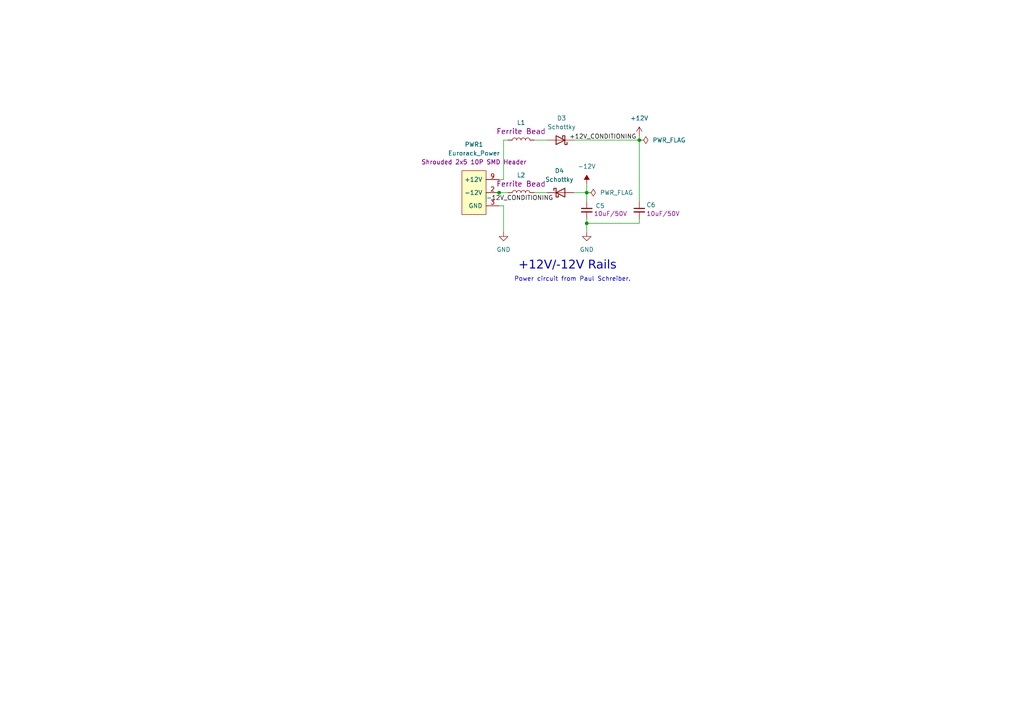
<source format=kicad_sch>
(kicad_sch (version 20250114) (generator "eeschema") (generator_version "9.0")
  (paper "A4")
  (lib_symbols
    (symbol "Lichen:10uF_0805_50V" (pin_numbers (hide yes)) (pin_names (offset 0.254) (hide yes))
      (property "Reference" "C2" (at 2.54 1.2638 0))
      (property "Display" "10uF/50V" (at 2.032 -1.016 0))
      (symbol "10uF_0805_50V_0_1"
        (polyline (pts (xy -1.524 0.508) (xy 1.524 0.508)) (stroke (width 0.3048)))
        (polyline (pts (xy -1.524 -0.508) (xy 1.524 -0.508)) (stroke (width 0.3302)))
      )
      (symbol "10uF_0805_50V_1_1"
        (pin passive line (at 0 2.54 270) (length 2.032) (name "~") (number "1"))
        (pin passive line (at 0 -2.54 90) (length 2.032) (name "~") (number "2"))
      )
    )
    (symbol "Lichen:Eurorack_Power_SMD" (pin_names (offset 1.016))
      (property "Reference" "PWR1" (at 0.3175 11.43 0))
      (property "Value" "Eurorack_Power_SMD" (at 0.3175 8.89 0))
      (property "Description" "Shrouded 2x5 10P SMD Header" (at 0 0 0))
      (symbol "Eurorack_Power_SMD_0_1"
        (rectangle (start -3.175 6.35) (end 3.81 -6.35) (fill (type background)))
      )
      (symbol "Eurorack_Power_SMD_1_1"
        (pin passive line (at 7.62 3.81 180) (length 3.81) (hide yes) (name "+12V") (number "10"))
        (pin power_out line (at 7.62 3.81 180) (length 3.81) (name "+12V") (number "9"))
        (pin power_out line (at 7.62 0 180) (length 3.81) (hide yes) (name "-12V") (number "1"))
        (pin passive line (at 7.62 0 180) (length 3.81) (name "-12V") (number "2"))
        (pin power_out line (at 7.62 -3.81 180) (length 3.81) (name "GND") (number "3"))
        (pin passive line (at 7.62 -3.81 180) (length 3.81) (hide yes) (name "GND") (number "4"))
        (pin passive line (at 7.62 -3.81 180) (length 3.81) (hide yes) (name "GND") (number "5"))
        (pin passive line (at 7.62 -3.81 180) (length 3.81) (hide yes) (name "GND") (number "6"))
        (pin passive line (at 7.62 -3.81 180) (length 3.81) (hide yes) (name "GND") (number "7"))
        (pin passive line (at 7.62 -3.81 180) (length 3.81) (hide yes) (name "GND") (number "8"))
      )
    )
    (symbol "Lichen:FerriteBead_0805_220R_100MHz_for_Eurorack_Power" (pin_numbers (hide yes)) (pin_names (offset 1.016) (hide yes))
      (property "Reference" "L2" (at 5.08 0 90))
      (property "Display" "Ferrite Bead" (at 2.54 0 90))
      (symbol "FerriteBead_0805_220R_100MHz_for_Eurorack_Power_0_1"
        (arc (start 0 2.54) (mid 0.6323 1.905) (end 0 1.27))
        (arc (start 0 1.27) (mid 0.6323 0.635) (end 0 0))
        (arc (start 0 0) (mid 0.6323 -0.635) (end 0 -1.27))
        (arc (start 0 -1.27) (mid 0.6323 -1.905) (end 0 -2.54))
      )
      (symbol "FerriteBead_0805_220R_100MHz_for_Eurorack_Power_1_1"
        (pin passive line (at 0 3.81 270) (length 1.27) (name "1") (number "1"))
        (pin passive line (at 0 -3.81 90) (length 1.27) (name "2") (number "2"))
      )
    )
    (symbol "Lichen:Schottky_Diode" (pin_numbers (hide yes)) (pin_names (offset 1.016) (hide yes))
      (property "Reference" "D1" (at -0.3175 -6.35 0))
      (property "Value" "Schottky" (at -0.3175 -3.81 0))
      (symbol "Schottky_Diode_0_1"
        (polyline (pts (xy -1.905 0.635) (xy -1.905 1.27) (xy -1.27 1.27) (xy -1.27 -1.27) (xy -0.635 -1.27) (xy -0.635 -0.635)) (stroke (width 0.254)))
        (polyline (pts (xy 1.27 1.27) (xy 1.27 -1.27) (xy -1.27 0) (xy 1.27 1.27)) (stroke (width 0.254)))
        (polyline (pts (xy 1.27 0) (xy -1.27 0)))
      )
      (symbol "Schottky_Diode_1_1"
        (pin passive line (at -3.81 0 0) (length 2.54) (name "K") (number "1"))
        (pin passive line (at 3.81 0 180) (length 2.54) (name "A") (number "2"))
      )
    )
    (symbol "power:+12V" (power) (pin_numbers (hide yes)) (pin_names (offset 0) (hide yes))
      (property "Value" "+12V" (at 0 3.556 0))
      (symbol "+12V_0_1"
        (polyline (pts (xy -0.762 1.27) (xy 0 2.54)))
        (polyline (pts (xy 0 2.54) (xy 0.762 1.27)))
        (polyline (pts (xy 0 0) (xy 0 2.54)))
      )
      (symbol "+12V_1_1"
        (pin power_in line (at 0 0 90) (length 0) (name "~") (number "1"))
      )
    )
    (symbol "power:-12V" (power) (pin_numbers (hide yes)) (pin_names (offset 0) (hide yes))
      (property "Value" "-12V" (at 0 3.556 0))
      (symbol "-12V_0_0"
        (pin power_in line (at 0 0 90) (length 0) (name "~") (number "1"))
      )
      (symbol "-12V_0_1"
        (polyline (pts (xy 0 0) (xy 0 1.27) (xy 0.762 1.27) (xy 0 2.54) (xy -0.762 1.27) (xy 0 1.27)) (fill (type outline)))
      )
    )
    (symbol "power:GND" (power) (pin_numbers (hide yes)) (pin_names (offset 0) (hide yes))
      (property "Value" "GND" (at 0 -3.81 0))
      (symbol "GND_0_1"
        (polyline (pts (xy 0 0) (xy 0 -1.27) (xy 1.27 -1.27) (xy 0 -2.54) (xy -1.27 -1.27) (xy 0 -1.27)))
      )
      (symbol "GND_1_1"
        (pin power_in line (at 0 0 270) (length 0) (name "~") (number "1"))
      )
    )
    (symbol "power:PWR_FLAG" (power) (pin_numbers (hide yes)) (pin_names (offset 0) (hide yes))
      (property "Value" "PWR_FLAG" (at 0 3.81 0))
      (symbol "PWR_FLAG_0_0"
        (pin power_out line (at 0 0 90) (length 0) (name "~") (number "1"))
      )
      (symbol "PWR_FLAG_0_1"
        (polyline (pts (xy 0 0) (xy 0 1.27) (xy -1.016 1.905) (xy 0 2.54) (xy 1.016 1.905) (xy 0 1.27)))
      )
    )
  )
  (text "Power circuit from Paul Schreiber." (at 149.098 81.026 0) (effects (font (size 1.27 1.27)) (justify left)))
  (text "+12V/-12V Rails" (at 164.592 77.724 0) (effects (font (size 2.5 2.5))))
  (junction (at 144.78 55.88))
  (junction (at 170.18 55.88))
  (junction (at 170.18 64.77))
  (junction (at 185.42 40.64))
  (wire (pts (xy 170.18 64.77) (xy 170.18 63.5)))
  (wire (pts (xy 147.32 40.64) (xy 146.05 40.64)))
  (wire (pts (xy 140.97 58.42) (xy 140.97 55.88)))
  (wire (pts (xy 185.42 63.5) (xy 185.42 64.77)))
  (wire (pts (xy 146.05 59.69) (xy 144.78 59.69)))
  (wire (pts (xy 170.18 53.34) (xy 170.18 55.88)))
  (wire (pts (xy 166.37 40.64) (xy 185.42 40.64)))
  (wire (pts (xy 144.78 55.88) (xy 147.32 55.88)))
  (wire (pts (xy 166.37 55.88) (xy 170.18 55.88)))
  (wire (pts (xy 146.05 52.07) (xy 144.78 52.07)))
  (wire (pts (xy 154.94 55.88) (xy 158.75 55.88)))
  (wire (pts (xy 185.42 40.64) (xy 185.42 39.37)))
  (wire (pts (xy 170.18 67.31) (xy 170.18 64.77)))
  (wire (pts (xy 185.42 40.64) (xy 185.42 58.42)))
  (wire (pts (xy 158.75 40.64) (xy 154.94 40.64)))
  (wire (pts (xy 146.05 59.69) (xy 146.05 67.31)))
  (wire (pts (xy 146.05 40.64) (xy 146.05 52.07)))
  (wire (pts (xy 170.18 64.77) (xy 185.42 64.77)))
  (wire (pts (xy 170.18 58.42) (xy 170.18 55.88)))
  (wire (pts (xy 140.97 55.88) (xy 144.78 55.88)))
  (label "-12V_CONDITIONING" (at 140.97 58.42 0))
  (label "+12V_CONDITIONING" (at 165.1 40.64 0))
  (symbol (lib_id "Lichen:10uF_0805_50V") (at 170.18 60.96 0) (unit 1)
    (property "Reference" "C1" (at 172.72 59.69 0) (effects (justify left)))
    (property "Value" "10uF_0805_25V" (effects (hide yes)))
    (property "Footprint" "PCM_4ms_Capacitor:C_0805" (effects (hide yes)))
    (property "Description" "50V 10uF X5R ±10% 0805 MLCC SMD" (effects (hide yes)))
    (property "Specifications" "50V 10uF X5R ±10% 0805 MLCC SMD" (effects (hide yes)))
    (property "Manufacturer" "Murata Electronics" (effects (hide yes)))
    (property "Part Number" "GRM21BR61H106KE43L" (effects (hide yes)))
    (property "Display" "10uF/50V" (at 172.212 61.976 0) (effects (justify left)))
    (property "LCSC" "C440198" (effects (hide yes)))
    (instances (project "" (path "" (reference "C5") (unit 1))) (project "lichen-crustose" (path "" (reference "C1") (unit 1))))
  )
  (symbol (lib_id "Lichen:Eurorack_Power_SMD") (at 137.16 55.88 0) (unit 1)
    (property "Reference" "PWR1" (at 137.4775 41.91 0))
    (property "Value" "Eurorack_Power" (at 137.4775 44.45 0))
    (property "Footprint" "Lichen:Eurorack_Power_SMD" (effects (hide yes)))
    (property "Description" "Shrouded 2x5 10P SMD Header" (at 137.4775 46.99 0))
    (property "Manufacturer" "Amphenol ICC" (effects (hide yes)))
    (property "Part Number" "72454-010VLF" (effects (hide yes)))
    (property "LCSC" "C236047" (effects (hide yes)))
  )
  (symbol (lib_id "Lichen:10uF_0805_50V") (at 185.42 60.96 0) (unit 1)
    (property "Reference" "C2" (at 187.452 59.436 0) (effects (justify left)))
    (property "Value" "10uF_0805_25V" (effects (hide yes)))
    (property "Footprint" "PCM_4ms_Capacitor:C_0805" (effects (hide yes)))
    (property "Description" "50V 10uF X5R ±10% 0805 MLCC SMD" (effects (hide yes)))
    (property "Specifications" "50V 10uF X5R ±10% 0805 MLCC SMD" (effects (hide yes)))
    (property "Manufacturer" "Murata Electronics" (effects (hide yes)))
    (property "Part Number" "GRM21BR61H106KE43L" (effects (hide yes)))
    (property "Display" "10uF/50V" (at 187.452 61.976 0) (effects (justify left)))
    (property "LCSC" "C440198" (effects (hide yes)))
    (instances (project "" (path "" (reference "C6") (unit 1))) (project "lichen-crustose" (path "" (reference "C2") (unit 1))))
  )
  (symbol (lib_id "Lichen:Schottky_Diode") (at 162.56 40.64 180) (unit 1)
    (property "Reference" "D1" (at 162.8775 34.29 0))
    (property "Value" "Schottky" (at 162.8775 36.83 0))
    (property "Footprint" "Diode_SMD:D_SMB_Handsoldering" (effects (hide yes)))
    (property "Datasheet" "https://www.lcsc.com/datasheet/lcsc_datasheet_2409301604_STMicroelectronics-STPS1L30U_C222239.pdf" (effects (hide yes)))
    (property "Description" "Schottky diode" (effects (hide yes)))
    (property "Manufacturer" "STMicroelectronics" (effects (hide yes)))
    (property "Part Number" "STPS1L30U" (effects (hide yes)))
    (property "JLCPCB ID" "C222239" (effects (hide yes)))
    (instances (project "" (path "" (reference "D3") (unit 1))) (project "lichen-crustose" (path "" (reference "D1") (unit 1))))
  )
  (symbol (lib_id "Lichen:Schottky_Diode") (at 162.56 55.88 0) (unit 1)
    (property "Reference" "D2" (at 162.2425 49.53 0))
    (property "Value" "Schottky" (at 162.2425 52.07 0))
    (property "Footprint" "Diode_SMD:D_SMB_Handsoldering" (effects (hide yes)))
    (property "Datasheet" "https://www.lcsc.com/datasheet/lcsc_datasheet_2409301604_STMicroelectronics-STPS1L30U_C222239.pdf" (effects (hide yes)))
    (property "Description" "Schottky diode" (effects (hide yes)))
    (property "Manufacturer" "STMicroelectronics" (effects (hide yes)))
    (property "Part Number" "STPS1L30U" (effects (hide yes)))
    (property "LCSC" "C222239" (effects (hide yes)))
    (property "JLCPCB ID" "C222239" (effects (hide yes)))
    (instances (project "" (path "" (reference "D4") (unit 1))) (project "lichen-crustose" (path "" (reference "D2") (unit 1))))
  )
  (symbol (lib_id "power:GND") (at 146.05 67.31 0) (unit 1)
    (property "Reference" "#PWR023" (effects (hide yes)))
    (property "Value" "GND" (at 146.05 72.39 0))
    (property "Description" "Power symbol creates a global label with name \"GND\" , ground" (effects (hide yes)))
    (instances (project "" (path "" (reference "#PWR?") (unit 1))) (project "lichen-crustose" (path "" (reference "#PWR023") (unit 1))))
  )
  (symbol (lib_id "Lichen:FerriteBead_0805_220R_100MHz_for_Eurorack_Power") (at 151.13 40.64 90) (unit 1)
    (property "Reference" "L1" (at 151.13 35.56 90))
    (property "Value" "FerriteBead_0603_2A" (effects (hide yes)))
    (property "Footprint" "Resistor_SMD:R_0805_2012Metric" (effects (hide yes)))
    (property "Description" "45mΩ ±25% 220Ω@100MHz 0805 Ferrite Beads ROHS" (effects (hide yes)))
    (property "Specifications" "45mΩ ±25% 220Ω@100MHz 0805 Ferrite Beads ROHS" (effects (hide yes)))
    (property "Manufacturer" "Murata Electronics" (effects (hide yes)))
    (property "Part Number" "BLM21PG221SN1D" (effects (hide yes)))
    (property "Display" "Ferrite Bead" (at 151.13 38.1 90) (effects (font (size 1.524 1.524))))
    (property "LCSC" "C85840" (effects (hide yes)))
  )
  (symbol (lib_id "power:-12V") (at 170.18 53.34 0) (unit 1)
    (property "Reference" "#PWR024" (effects (hide yes)))
    (property "Value" "-12V" (at 170.18 48.26 0))
    (property "Description" "Power symbol creates a global label with name \"-12V\"" (effects (hide yes)))
    (instances (project "" (path "" (reference "#PWR?") (unit 1))) (project "lichen-crustose" (path "" (reference "#PWR024") (unit 1))))
  )
  (symbol (lib_id "power:GND") (at 170.18 67.31 0) (unit 1)
    (property "Reference" "#PWR025" (effects (hide yes)))
    (property "Value" "GND" (at 170.18 72.39 0))
    (property "Description" "Power symbol creates a global label with name \"GND\" , ground" (effects (hide yes)))
    (instances (project "" (path "" (reference "#PWR?") (unit 1))) (project "lichen-crustose" (path "" (reference "#PWR025") (unit 1))))
  )
  (symbol (lib_id "power:PWR_FLAG") (at 185.42 40.64 270) (unit 1)
    (property "Reference" "#FLG02" (effects (hide yes)))
    (property "Value" "PWR_FLAG" (at 189.23 40.6399 90) (effects (justify left)))
    (property "Description" "Special symbol for telling ERC where power comes from" (effects (hide yes)))
    (instances (project "" (path "" (reference "#FLG?") (unit 1))) (project "lichen-crustose" (path "" (reference "#FLG02") (unit 1))))
  )
  (symbol (lib_id "power:+12V") (at 185.42 39.37 0) (unit 1)
    (property "Reference" "#PWR026" (effects (hide yes)))
    (property "Value" "+12V" (at 185.42 34.29 0))
    (property "Description" "Power symbol creates a global label with name \"+12V\"" (effects (hide yes)))
    (instances (project "" (path "" (reference "#PWR?") (unit 1))) (project "lichen-crustose" (path "" (reference "#PWR026") (unit 1))))
  )
  (symbol (lib_id "Lichen:FerriteBead_0805_220R_100MHz_for_Eurorack_Power") (at 151.13 55.88 90) (unit 1)
    (property "Reference" "L2" (at 151.13 50.8 90))
    (property "Value" "FerriteBead_0805_220R@100MHz" (effects (hide yes)))
    (property "Footprint" "Resistor_SMD:R_0805_2012Metric" (effects (hide yes)))
    (property "Description" "45mΩ ±25% 220Ω@100MHz 0805 Ferrite Beads ROHS" (effects (hide yes)))
    (property "Specifications" "45mΩ ±25% 220Ω@100MHz 0805 Ferrite Beads ROHS" (effects (hide yes)))
    (property "Manufacturer" "Murata Electronics" (effects (hide yes)))
    (property "Part Number" "BLM21PG221SN1D" (effects (hide yes)))
    (property "Display" "Ferrite Bead" (at 151.13 53.34 90) (effects (font (size 1.524 1.524))))
    (property "LCSC" "C85840" (effects (hide yes)))
  )
  (symbol (lib_id "power:PWR_FLAG") (at 170.18 55.88 270) (unit 1)
    (property "Reference" "#FLG01" (effects (hide yes)))
    (property "Value" "PWR_FLAG" (at 173.99 55.8799 90) (effects (justify left)))
    (property "Description" "Special symbol for telling ERC where power comes from" (effects (hide yes)))
    (instances (project "" (path "" (reference "#FLG?") (unit 1))) (project "lichen-crustose" (path "" (reference "#FLG01") (unit 1))))
  )
)
</source>
